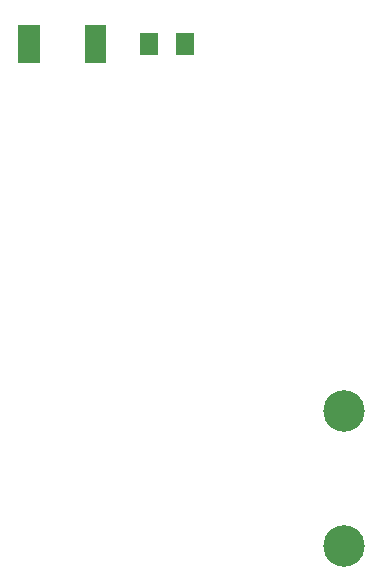
<source format=gtp>
G04 MADE WITH FRITZING*
G04 WWW.FRITZING.ORG*
G04 DOUBLE SIDED*
G04 HOLES PLATED*
G04 CONTOUR ON CENTER OF CONTOUR VECTOR*
%ASAXBY*%
%FSLAX23Y23*%
%MOIN*%
%OFA0B0*%
%SFA1.0B1.0*%
%ADD10C,0.138425*%
%ADD11R,0.062992X0.074803*%
%LNPASTEMASK1*%
G90*
G70*
G54D10*
X2458Y754D03*
X2458Y304D03*
G54D11*
X1928Y1979D03*
X1806Y1979D03*
G36*
X1593Y1916D02*
X1593Y2042D01*
X1664Y2042D01*
X1664Y1916D01*
X1593Y1916D01*
G37*
D02*
G36*
X1372Y1916D02*
X1372Y2042D01*
X1443Y2042D01*
X1443Y1916D01*
X1372Y1916D01*
G37*
D02*
G04 End of PasteMask1*
M02*
</source>
